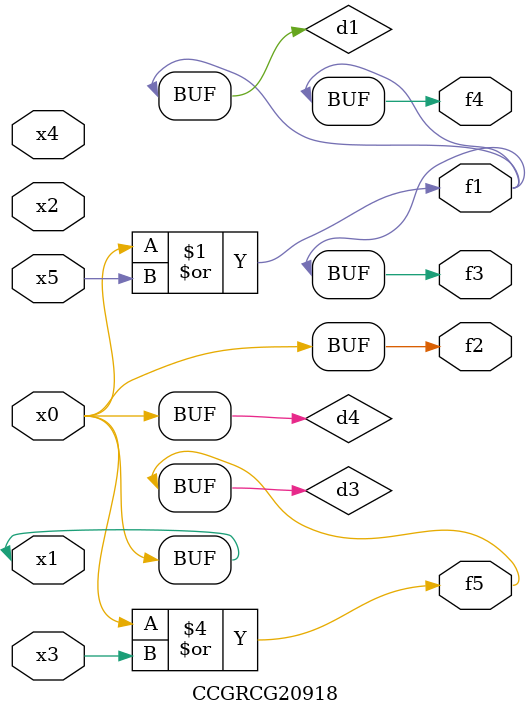
<source format=v>
module CCGRCG20918(
	input x0, x1, x2, x3, x4, x5,
	output f1, f2, f3, f4, f5
);

	wire d1, d2, d3, d4;

	or (d1, x0, x5);
	xnor (d2, x1, x4);
	or (d3, x0, x3);
	buf (d4, x0, x1);
	assign f1 = d1;
	assign f2 = d4;
	assign f3 = d1;
	assign f4 = d1;
	assign f5 = d3;
endmodule

</source>
